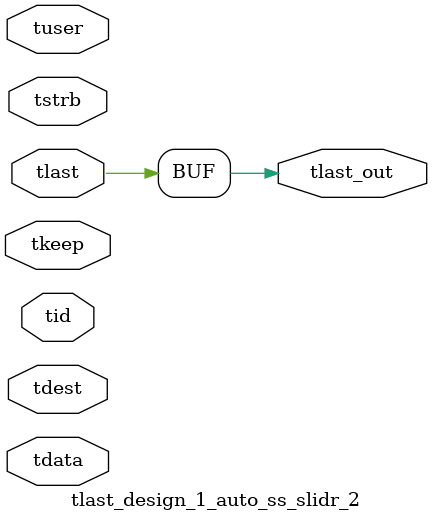
<source format=v>


`timescale 1ps/1ps

module tlast_design_1_auto_ss_slidr_2 #
(
parameter C_S_AXIS_TID_WIDTH   = 1,
parameter C_S_AXIS_TUSER_WIDTH = 0,
parameter C_S_AXIS_TDATA_WIDTH = 0,
parameter C_S_AXIS_TDEST_WIDTH = 0
)
(
input  [(C_S_AXIS_TID_WIDTH   == 0 ? 1 : C_S_AXIS_TID_WIDTH)-1:0       ] tid,
input  [(C_S_AXIS_TDATA_WIDTH == 0 ? 1 : C_S_AXIS_TDATA_WIDTH)-1:0     ] tdata,
input  [(C_S_AXIS_TUSER_WIDTH == 0 ? 1 : C_S_AXIS_TUSER_WIDTH)-1:0     ] tuser,
input  [(C_S_AXIS_TDEST_WIDTH == 0 ? 1 : C_S_AXIS_TDEST_WIDTH)-1:0     ] tdest,
input  [(C_S_AXIS_TDATA_WIDTH/8)-1:0 ] tkeep,
input  [(C_S_AXIS_TDATA_WIDTH/8)-1:0 ] tstrb,
input  [0:0]                                                             tlast,
output                                                                   tlast_out
);

assign tlast_out = {tlast};

endmodule


</source>
